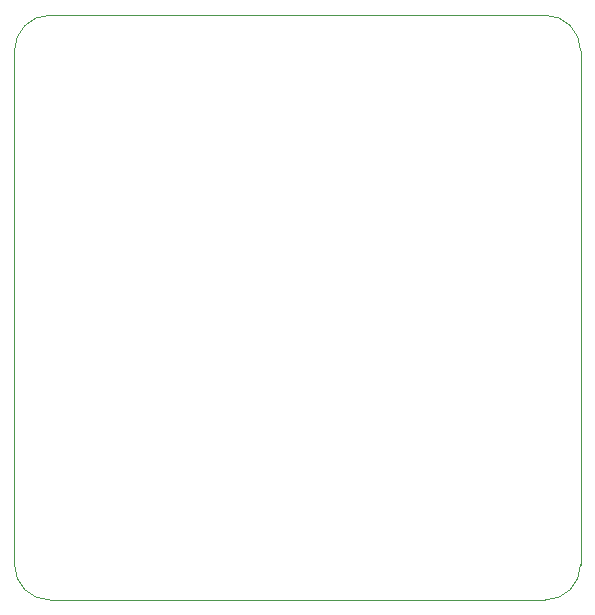
<source format=gbr>
%TF.GenerationSoftware,KiCad,Pcbnew,7.0.1*%
%TF.CreationDate,2023-09-17T13:04:26+09:00*%
%TF.ProjectId,remote emergency switch,72656d6f-7465-4206-956d-657267656e63,rev?*%
%TF.SameCoordinates,Original*%
%TF.FileFunction,Profile,NP*%
%FSLAX46Y46*%
G04 Gerber Fmt 4.6, Leading zero omitted, Abs format (unit mm)*
G04 Created by KiCad (PCBNEW 7.0.1) date 2023-09-17 13:04:26*
%MOMM*%
%LPD*%
G01*
G04 APERTURE LIST*
%TA.AperFunction,Profile*%
%ADD10C,0.050000*%
%TD*%
G04 APERTURE END LIST*
D10*
X169466100Y-80243600D02*
X127540000Y-80243600D01*
X172466100Y-83243600D02*
G75*
G03*
X169466100Y-80243600I-3000000J0D01*
G01*
X124536100Y-83243600D02*
X124536100Y-126763600D01*
X127536100Y-129763600D02*
X169466100Y-129763600D01*
X127536100Y-80243600D02*
G75*
G03*
X124536100Y-83243600I0J-3000000D01*
G01*
X172466100Y-126763600D02*
X172466100Y-83243600D01*
X124536100Y-126763600D02*
G75*
G03*
X127536100Y-129763600I3000000J0D01*
G01*
X169466100Y-129763600D02*
G75*
G03*
X172466100Y-126763600I0J3000000D01*
G01*
M02*

</source>
